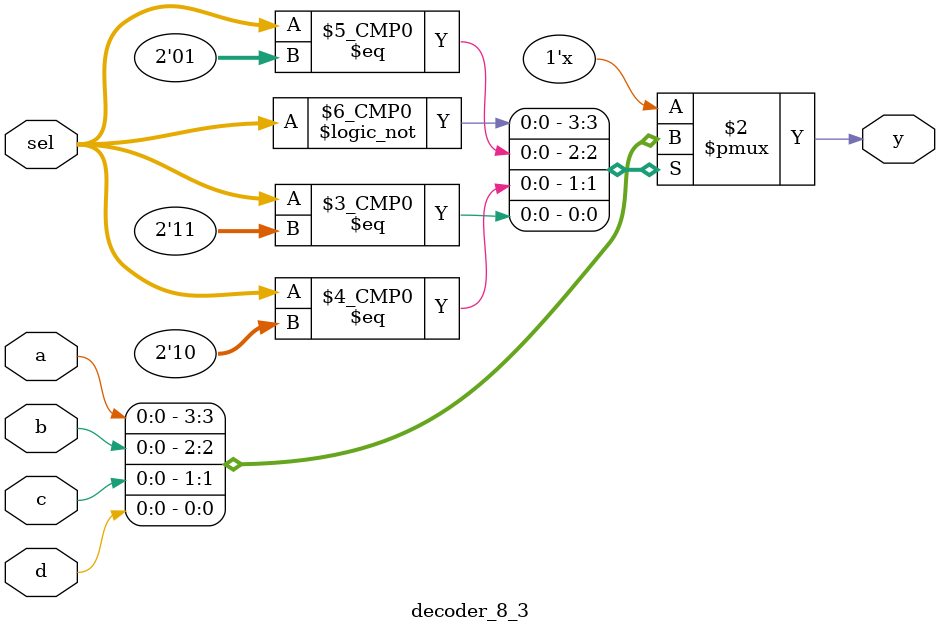
<source format=v>
module decoder_8_3(
    input  a, b, c, d,      // 4 Inputs
    input  [1:0] sel,       // Select
    output y                // 1 Output
);

reg  y;

always @ ( * ) begin
    case(sel)
        2'b00 : y <= a;
        2'b01 : y <= b;
        2'b10 : y <= c;
        2'b11 : y <= d;
    endcase
 end

endmodule

</source>
